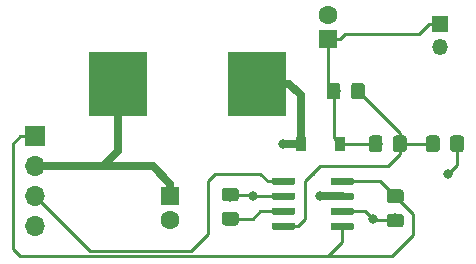
<source format=gbr>
G04 #@! TF.GenerationSoftware,KiCad,Pcbnew,5.1.2*
G04 #@! TF.CreationDate,2019-08-10T03:31:52+02:00*
G04 #@! TF.ProjectId,sclock,73636c6f-636b-42e6-9b69-6361645f7063,rev?*
G04 #@! TF.SameCoordinates,Original*
G04 #@! TF.FileFunction,Copper,L1,Top*
G04 #@! TF.FilePolarity,Positive*
%FSLAX46Y46*%
G04 Gerber Fmt 4.6, Leading zero omitted, Abs format (unit mm)*
G04 Created by KiCad (PCBNEW 5.1.2) date 2019-08-10 03:31:52*
%MOMM*%
%LPD*%
G04 APERTURE LIST*
%ADD10R,4.900000X5.400000*%
%ADD11C,0.100000*%
%ADD12C,1.150000*%
%ADD13R,1.600000X1.600000*%
%ADD14C,1.600000*%
%ADD15R,0.900000X1.200000*%
%ADD16R,1.700000X1.700000*%
%ADD17O,1.700000X1.700000*%
%ADD18R,1.350000X1.350000*%
%ADD19O,1.350000X1.350000*%
%ADD20C,0.600000*%
%ADD21C,0.800000*%
%ADD22C,0.250000*%
%ADD23C,0.700000*%
G04 APERTURE END LIST*
D10*
X75565000Y-69215000D03*
X87365000Y-69215000D03*
D11*
G36*
X85564505Y-80071204D02*
G01*
X85588773Y-80074804D01*
X85612572Y-80080765D01*
X85635671Y-80089030D01*
X85657850Y-80099520D01*
X85678893Y-80112132D01*
X85698599Y-80126747D01*
X85716777Y-80143223D01*
X85733253Y-80161401D01*
X85747868Y-80181107D01*
X85760480Y-80202150D01*
X85770970Y-80224329D01*
X85779235Y-80247428D01*
X85785196Y-80271227D01*
X85788796Y-80295495D01*
X85790000Y-80319999D01*
X85790000Y-80970001D01*
X85788796Y-80994505D01*
X85785196Y-81018773D01*
X85779235Y-81042572D01*
X85770970Y-81065671D01*
X85760480Y-81087850D01*
X85747868Y-81108893D01*
X85733253Y-81128599D01*
X85716777Y-81146777D01*
X85698599Y-81163253D01*
X85678893Y-81177868D01*
X85657850Y-81190480D01*
X85635671Y-81200970D01*
X85612572Y-81209235D01*
X85588773Y-81215196D01*
X85564505Y-81218796D01*
X85540001Y-81220000D01*
X84639999Y-81220000D01*
X84615495Y-81218796D01*
X84591227Y-81215196D01*
X84567428Y-81209235D01*
X84544329Y-81200970D01*
X84522150Y-81190480D01*
X84501107Y-81177868D01*
X84481401Y-81163253D01*
X84463223Y-81146777D01*
X84446747Y-81128599D01*
X84432132Y-81108893D01*
X84419520Y-81087850D01*
X84409030Y-81065671D01*
X84400765Y-81042572D01*
X84394804Y-81018773D01*
X84391204Y-80994505D01*
X84390000Y-80970001D01*
X84390000Y-80319999D01*
X84391204Y-80295495D01*
X84394804Y-80271227D01*
X84400765Y-80247428D01*
X84409030Y-80224329D01*
X84419520Y-80202150D01*
X84432132Y-80181107D01*
X84446747Y-80161401D01*
X84463223Y-80143223D01*
X84481401Y-80126747D01*
X84501107Y-80112132D01*
X84522150Y-80099520D01*
X84544329Y-80089030D01*
X84567428Y-80080765D01*
X84591227Y-80074804D01*
X84615495Y-80071204D01*
X84639999Y-80070000D01*
X85540001Y-80070000D01*
X85564505Y-80071204D01*
X85564505Y-80071204D01*
G37*
D12*
X85090000Y-80645000D03*
D11*
G36*
X85564505Y-78021204D02*
G01*
X85588773Y-78024804D01*
X85612572Y-78030765D01*
X85635671Y-78039030D01*
X85657850Y-78049520D01*
X85678893Y-78062132D01*
X85698599Y-78076747D01*
X85716777Y-78093223D01*
X85733253Y-78111401D01*
X85747868Y-78131107D01*
X85760480Y-78152150D01*
X85770970Y-78174329D01*
X85779235Y-78197428D01*
X85785196Y-78221227D01*
X85788796Y-78245495D01*
X85790000Y-78269999D01*
X85790000Y-78920001D01*
X85788796Y-78944505D01*
X85785196Y-78968773D01*
X85779235Y-78992572D01*
X85770970Y-79015671D01*
X85760480Y-79037850D01*
X85747868Y-79058893D01*
X85733253Y-79078599D01*
X85716777Y-79096777D01*
X85698599Y-79113253D01*
X85678893Y-79127868D01*
X85657850Y-79140480D01*
X85635671Y-79150970D01*
X85612572Y-79159235D01*
X85588773Y-79165196D01*
X85564505Y-79168796D01*
X85540001Y-79170000D01*
X84639999Y-79170000D01*
X84615495Y-79168796D01*
X84591227Y-79165196D01*
X84567428Y-79159235D01*
X84544329Y-79150970D01*
X84522150Y-79140480D01*
X84501107Y-79127868D01*
X84481401Y-79113253D01*
X84463223Y-79096777D01*
X84446747Y-79078599D01*
X84432132Y-79058893D01*
X84419520Y-79037850D01*
X84409030Y-79015671D01*
X84400765Y-78992572D01*
X84394804Y-78968773D01*
X84391204Y-78944505D01*
X84390000Y-78920001D01*
X84390000Y-78269999D01*
X84391204Y-78245495D01*
X84394804Y-78221227D01*
X84400765Y-78197428D01*
X84409030Y-78174329D01*
X84419520Y-78152150D01*
X84432132Y-78131107D01*
X84446747Y-78111401D01*
X84463223Y-78093223D01*
X84481401Y-78076747D01*
X84501107Y-78062132D01*
X84522150Y-78049520D01*
X84544329Y-78039030D01*
X84567428Y-78030765D01*
X84591227Y-78024804D01*
X84615495Y-78021204D01*
X84639999Y-78020000D01*
X85540001Y-78020000D01*
X85564505Y-78021204D01*
X85564505Y-78021204D01*
G37*
D12*
X85090000Y-78595000D03*
D11*
G36*
X99534505Y-80216204D02*
G01*
X99558773Y-80219804D01*
X99582572Y-80225765D01*
X99605671Y-80234030D01*
X99627850Y-80244520D01*
X99648893Y-80257132D01*
X99668599Y-80271747D01*
X99686777Y-80288223D01*
X99703253Y-80306401D01*
X99717868Y-80326107D01*
X99730480Y-80347150D01*
X99740970Y-80369329D01*
X99749235Y-80392428D01*
X99755196Y-80416227D01*
X99758796Y-80440495D01*
X99760000Y-80464999D01*
X99760000Y-81115001D01*
X99758796Y-81139505D01*
X99755196Y-81163773D01*
X99749235Y-81187572D01*
X99740970Y-81210671D01*
X99730480Y-81232850D01*
X99717868Y-81253893D01*
X99703253Y-81273599D01*
X99686777Y-81291777D01*
X99668599Y-81308253D01*
X99648893Y-81322868D01*
X99627850Y-81335480D01*
X99605671Y-81345970D01*
X99582572Y-81354235D01*
X99558773Y-81360196D01*
X99534505Y-81363796D01*
X99510001Y-81365000D01*
X98609999Y-81365000D01*
X98585495Y-81363796D01*
X98561227Y-81360196D01*
X98537428Y-81354235D01*
X98514329Y-81345970D01*
X98492150Y-81335480D01*
X98471107Y-81322868D01*
X98451401Y-81308253D01*
X98433223Y-81291777D01*
X98416747Y-81273599D01*
X98402132Y-81253893D01*
X98389520Y-81232850D01*
X98379030Y-81210671D01*
X98370765Y-81187572D01*
X98364804Y-81163773D01*
X98361204Y-81139505D01*
X98360000Y-81115001D01*
X98360000Y-80464999D01*
X98361204Y-80440495D01*
X98364804Y-80416227D01*
X98370765Y-80392428D01*
X98379030Y-80369329D01*
X98389520Y-80347150D01*
X98402132Y-80326107D01*
X98416747Y-80306401D01*
X98433223Y-80288223D01*
X98451401Y-80271747D01*
X98471107Y-80257132D01*
X98492150Y-80244520D01*
X98514329Y-80234030D01*
X98537428Y-80225765D01*
X98561227Y-80219804D01*
X98585495Y-80216204D01*
X98609999Y-80215000D01*
X99510001Y-80215000D01*
X99534505Y-80216204D01*
X99534505Y-80216204D01*
G37*
D12*
X99060000Y-80790000D03*
D11*
G36*
X99534505Y-78166204D02*
G01*
X99558773Y-78169804D01*
X99582572Y-78175765D01*
X99605671Y-78184030D01*
X99627850Y-78194520D01*
X99648893Y-78207132D01*
X99668599Y-78221747D01*
X99686777Y-78238223D01*
X99703253Y-78256401D01*
X99717868Y-78276107D01*
X99730480Y-78297150D01*
X99740970Y-78319329D01*
X99749235Y-78342428D01*
X99755196Y-78366227D01*
X99758796Y-78390495D01*
X99760000Y-78414999D01*
X99760000Y-79065001D01*
X99758796Y-79089505D01*
X99755196Y-79113773D01*
X99749235Y-79137572D01*
X99740970Y-79160671D01*
X99730480Y-79182850D01*
X99717868Y-79203893D01*
X99703253Y-79223599D01*
X99686777Y-79241777D01*
X99668599Y-79258253D01*
X99648893Y-79272868D01*
X99627850Y-79285480D01*
X99605671Y-79295970D01*
X99582572Y-79304235D01*
X99558773Y-79310196D01*
X99534505Y-79313796D01*
X99510001Y-79315000D01*
X98609999Y-79315000D01*
X98585495Y-79313796D01*
X98561227Y-79310196D01*
X98537428Y-79304235D01*
X98514329Y-79295970D01*
X98492150Y-79285480D01*
X98471107Y-79272868D01*
X98451401Y-79258253D01*
X98433223Y-79241777D01*
X98416747Y-79223599D01*
X98402132Y-79203893D01*
X98389520Y-79182850D01*
X98379030Y-79160671D01*
X98370765Y-79137572D01*
X98364804Y-79113773D01*
X98361204Y-79089505D01*
X98360000Y-79065001D01*
X98360000Y-78414999D01*
X98361204Y-78390495D01*
X98364804Y-78366227D01*
X98370765Y-78342428D01*
X98379030Y-78319329D01*
X98389520Y-78297150D01*
X98402132Y-78276107D01*
X98416747Y-78256401D01*
X98433223Y-78238223D01*
X98451401Y-78221747D01*
X98471107Y-78207132D01*
X98492150Y-78194520D01*
X98514329Y-78184030D01*
X98537428Y-78175765D01*
X98561227Y-78169804D01*
X98585495Y-78166204D01*
X98609999Y-78165000D01*
X99510001Y-78165000D01*
X99534505Y-78166204D01*
X99534505Y-78166204D01*
G37*
D12*
X99060000Y-78740000D03*
D13*
X80010000Y-78740000D03*
D14*
X80010000Y-80740000D03*
D11*
G36*
X94184505Y-69151204D02*
G01*
X94208773Y-69154804D01*
X94232572Y-69160765D01*
X94255671Y-69169030D01*
X94277850Y-69179520D01*
X94298893Y-69192132D01*
X94318599Y-69206747D01*
X94336777Y-69223223D01*
X94353253Y-69241401D01*
X94367868Y-69261107D01*
X94380480Y-69282150D01*
X94390970Y-69304329D01*
X94399235Y-69327428D01*
X94405196Y-69351227D01*
X94408796Y-69375495D01*
X94410000Y-69399999D01*
X94410000Y-70300001D01*
X94408796Y-70324505D01*
X94405196Y-70348773D01*
X94399235Y-70372572D01*
X94390970Y-70395671D01*
X94380480Y-70417850D01*
X94367868Y-70438893D01*
X94353253Y-70458599D01*
X94336777Y-70476777D01*
X94318599Y-70493253D01*
X94298893Y-70507868D01*
X94277850Y-70520480D01*
X94255671Y-70530970D01*
X94232572Y-70539235D01*
X94208773Y-70545196D01*
X94184505Y-70548796D01*
X94160001Y-70550000D01*
X93509999Y-70550000D01*
X93485495Y-70548796D01*
X93461227Y-70545196D01*
X93437428Y-70539235D01*
X93414329Y-70530970D01*
X93392150Y-70520480D01*
X93371107Y-70507868D01*
X93351401Y-70493253D01*
X93333223Y-70476777D01*
X93316747Y-70458599D01*
X93302132Y-70438893D01*
X93289520Y-70417850D01*
X93279030Y-70395671D01*
X93270765Y-70372572D01*
X93264804Y-70348773D01*
X93261204Y-70324505D01*
X93260000Y-70300001D01*
X93260000Y-69399999D01*
X93261204Y-69375495D01*
X93264804Y-69351227D01*
X93270765Y-69327428D01*
X93279030Y-69304329D01*
X93289520Y-69282150D01*
X93302132Y-69261107D01*
X93316747Y-69241401D01*
X93333223Y-69223223D01*
X93351401Y-69206747D01*
X93371107Y-69192132D01*
X93392150Y-69179520D01*
X93414329Y-69169030D01*
X93437428Y-69160765D01*
X93461227Y-69154804D01*
X93485495Y-69151204D01*
X93509999Y-69150000D01*
X94160001Y-69150000D01*
X94184505Y-69151204D01*
X94184505Y-69151204D01*
G37*
D12*
X93835000Y-69850000D03*
D11*
G36*
X96234505Y-69151204D02*
G01*
X96258773Y-69154804D01*
X96282572Y-69160765D01*
X96305671Y-69169030D01*
X96327850Y-69179520D01*
X96348893Y-69192132D01*
X96368599Y-69206747D01*
X96386777Y-69223223D01*
X96403253Y-69241401D01*
X96417868Y-69261107D01*
X96430480Y-69282150D01*
X96440970Y-69304329D01*
X96449235Y-69327428D01*
X96455196Y-69351227D01*
X96458796Y-69375495D01*
X96460000Y-69399999D01*
X96460000Y-70300001D01*
X96458796Y-70324505D01*
X96455196Y-70348773D01*
X96449235Y-70372572D01*
X96440970Y-70395671D01*
X96430480Y-70417850D01*
X96417868Y-70438893D01*
X96403253Y-70458599D01*
X96386777Y-70476777D01*
X96368599Y-70493253D01*
X96348893Y-70507868D01*
X96327850Y-70520480D01*
X96305671Y-70530970D01*
X96282572Y-70539235D01*
X96258773Y-70545196D01*
X96234505Y-70548796D01*
X96210001Y-70550000D01*
X95559999Y-70550000D01*
X95535495Y-70548796D01*
X95511227Y-70545196D01*
X95487428Y-70539235D01*
X95464329Y-70530970D01*
X95442150Y-70520480D01*
X95421107Y-70507868D01*
X95401401Y-70493253D01*
X95383223Y-70476777D01*
X95366747Y-70458599D01*
X95352132Y-70438893D01*
X95339520Y-70417850D01*
X95329030Y-70395671D01*
X95320765Y-70372572D01*
X95314804Y-70348773D01*
X95311204Y-70324505D01*
X95310000Y-70300001D01*
X95310000Y-69399999D01*
X95311204Y-69375495D01*
X95314804Y-69351227D01*
X95320765Y-69327428D01*
X95329030Y-69304329D01*
X95339520Y-69282150D01*
X95352132Y-69261107D01*
X95366747Y-69241401D01*
X95383223Y-69223223D01*
X95401401Y-69206747D01*
X95421107Y-69192132D01*
X95442150Y-69179520D01*
X95464329Y-69169030D01*
X95487428Y-69160765D01*
X95511227Y-69154804D01*
X95535495Y-69151204D01*
X95559999Y-69150000D01*
X96210001Y-69150000D01*
X96234505Y-69151204D01*
X96234505Y-69151204D01*
G37*
D12*
X95885000Y-69850000D03*
D14*
X93345000Y-63405000D03*
D13*
X93345000Y-65405000D03*
D15*
X94360000Y-74295000D03*
X91060000Y-74295000D03*
D16*
X68580000Y-73660000D03*
D17*
X68580000Y-76200000D03*
X68580000Y-78740000D03*
X68580000Y-81280000D03*
D18*
X102870000Y-64135000D03*
D19*
X102870000Y-66135000D03*
D11*
G36*
X99799505Y-73596204D02*
G01*
X99823773Y-73599804D01*
X99847572Y-73605765D01*
X99870671Y-73614030D01*
X99892850Y-73624520D01*
X99913893Y-73637132D01*
X99933599Y-73651747D01*
X99951777Y-73668223D01*
X99968253Y-73686401D01*
X99982868Y-73706107D01*
X99995480Y-73727150D01*
X100005970Y-73749329D01*
X100014235Y-73772428D01*
X100020196Y-73796227D01*
X100023796Y-73820495D01*
X100025000Y-73844999D01*
X100025000Y-74745001D01*
X100023796Y-74769505D01*
X100020196Y-74793773D01*
X100014235Y-74817572D01*
X100005970Y-74840671D01*
X99995480Y-74862850D01*
X99982868Y-74883893D01*
X99968253Y-74903599D01*
X99951777Y-74921777D01*
X99933599Y-74938253D01*
X99913893Y-74952868D01*
X99892850Y-74965480D01*
X99870671Y-74975970D01*
X99847572Y-74984235D01*
X99823773Y-74990196D01*
X99799505Y-74993796D01*
X99775001Y-74995000D01*
X99124999Y-74995000D01*
X99100495Y-74993796D01*
X99076227Y-74990196D01*
X99052428Y-74984235D01*
X99029329Y-74975970D01*
X99007150Y-74965480D01*
X98986107Y-74952868D01*
X98966401Y-74938253D01*
X98948223Y-74921777D01*
X98931747Y-74903599D01*
X98917132Y-74883893D01*
X98904520Y-74862850D01*
X98894030Y-74840671D01*
X98885765Y-74817572D01*
X98879804Y-74793773D01*
X98876204Y-74769505D01*
X98875000Y-74745001D01*
X98875000Y-73844999D01*
X98876204Y-73820495D01*
X98879804Y-73796227D01*
X98885765Y-73772428D01*
X98894030Y-73749329D01*
X98904520Y-73727150D01*
X98917132Y-73706107D01*
X98931747Y-73686401D01*
X98948223Y-73668223D01*
X98966401Y-73651747D01*
X98986107Y-73637132D01*
X99007150Y-73624520D01*
X99029329Y-73614030D01*
X99052428Y-73605765D01*
X99076227Y-73599804D01*
X99100495Y-73596204D01*
X99124999Y-73595000D01*
X99775001Y-73595000D01*
X99799505Y-73596204D01*
X99799505Y-73596204D01*
G37*
D12*
X99450000Y-74295000D03*
D11*
G36*
X97749505Y-73596204D02*
G01*
X97773773Y-73599804D01*
X97797572Y-73605765D01*
X97820671Y-73614030D01*
X97842850Y-73624520D01*
X97863893Y-73637132D01*
X97883599Y-73651747D01*
X97901777Y-73668223D01*
X97918253Y-73686401D01*
X97932868Y-73706107D01*
X97945480Y-73727150D01*
X97955970Y-73749329D01*
X97964235Y-73772428D01*
X97970196Y-73796227D01*
X97973796Y-73820495D01*
X97975000Y-73844999D01*
X97975000Y-74745001D01*
X97973796Y-74769505D01*
X97970196Y-74793773D01*
X97964235Y-74817572D01*
X97955970Y-74840671D01*
X97945480Y-74862850D01*
X97932868Y-74883893D01*
X97918253Y-74903599D01*
X97901777Y-74921777D01*
X97883599Y-74938253D01*
X97863893Y-74952868D01*
X97842850Y-74965480D01*
X97820671Y-74975970D01*
X97797572Y-74984235D01*
X97773773Y-74990196D01*
X97749505Y-74993796D01*
X97725001Y-74995000D01*
X97074999Y-74995000D01*
X97050495Y-74993796D01*
X97026227Y-74990196D01*
X97002428Y-74984235D01*
X96979329Y-74975970D01*
X96957150Y-74965480D01*
X96936107Y-74952868D01*
X96916401Y-74938253D01*
X96898223Y-74921777D01*
X96881747Y-74903599D01*
X96867132Y-74883893D01*
X96854520Y-74862850D01*
X96844030Y-74840671D01*
X96835765Y-74817572D01*
X96829804Y-74793773D01*
X96826204Y-74769505D01*
X96825000Y-74745001D01*
X96825000Y-73844999D01*
X96826204Y-73820495D01*
X96829804Y-73796227D01*
X96835765Y-73772428D01*
X96844030Y-73749329D01*
X96854520Y-73727150D01*
X96867132Y-73706107D01*
X96881747Y-73686401D01*
X96898223Y-73668223D01*
X96916401Y-73651747D01*
X96936107Y-73637132D01*
X96957150Y-73624520D01*
X96979329Y-73614030D01*
X97002428Y-73605765D01*
X97026227Y-73599804D01*
X97050495Y-73596204D01*
X97074999Y-73595000D01*
X97725001Y-73595000D01*
X97749505Y-73596204D01*
X97749505Y-73596204D01*
G37*
D12*
X97400000Y-74295000D03*
D11*
G36*
X102584505Y-73596204D02*
G01*
X102608773Y-73599804D01*
X102632572Y-73605765D01*
X102655671Y-73614030D01*
X102677850Y-73624520D01*
X102698893Y-73637132D01*
X102718599Y-73651747D01*
X102736777Y-73668223D01*
X102753253Y-73686401D01*
X102767868Y-73706107D01*
X102780480Y-73727150D01*
X102790970Y-73749329D01*
X102799235Y-73772428D01*
X102805196Y-73796227D01*
X102808796Y-73820495D01*
X102810000Y-73844999D01*
X102810000Y-74745001D01*
X102808796Y-74769505D01*
X102805196Y-74793773D01*
X102799235Y-74817572D01*
X102790970Y-74840671D01*
X102780480Y-74862850D01*
X102767868Y-74883893D01*
X102753253Y-74903599D01*
X102736777Y-74921777D01*
X102718599Y-74938253D01*
X102698893Y-74952868D01*
X102677850Y-74965480D01*
X102655671Y-74975970D01*
X102632572Y-74984235D01*
X102608773Y-74990196D01*
X102584505Y-74993796D01*
X102560001Y-74995000D01*
X101909999Y-74995000D01*
X101885495Y-74993796D01*
X101861227Y-74990196D01*
X101837428Y-74984235D01*
X101814329Y-74975970D01*
X101792150Y-74965480D01*
X101771107Y-74952868D01*
X101751401Y-74938253D01*
X101733223Y-74921777D01*
X101716747Y-74903599D01*
X101702132Y-74883893D01*
X101689520Y-74862850D01*
X101679030Y-74840671D01*
X101670765Y-74817572D01*
X101664804Y-74793773D01*
X101661204Y-74769505D01*
X101660000Y-74745001D01*
X101660000Y-73844999D01*
X101661204Y-73820495D01*
X101664804Y-73796227D01*
X101670765Y-73772428D01*
X101679030Y-73749329D01*
X101689520Y-73727150D01*
X101702132Y-73706107D01*
X101716747Y-73686401D01*
X101733223Y-73668223D01*
X101751401Y-73651747D01*
X101771107Y-73637132D01*
X101792150Y-73624520D01*
X101814329Y-73614030D01*
X101837428Y-73605765D01*
X101861227Y-73599804D01*
X101885495Y-73596204D01*
X101909999Y-73595000D01*
X102560001Y-73595000D01*
X102584505Y-73596204D01*
X102584505Y-73596204D01*
G37*
D12*
X102235000Y-74295000D03*
D11*
G36*
X104634505Y-73596204D02*
G01*
X104658773Y-73599804D01*
X104682572Y-73605765D01*
X104705671Y-73614030D01*
X104727850Y-73624520D01*
X104748893Y-73637132D01*
X104768599Y-73651747D01*
X104786777Y-73668223D01*
X104803253Y-73686401D01*
X104817868Y-73706107D01*
X104830480Y-73727150D01*
X104840970Y-73749329D01*
X104849235Y-73772428D01*
X104855196Y-73796227D01*
X104858796Y-73820495D01*
X104860000Y-73844999D01*
X104860000Y-74745001D01*
X104858796Y-74769505D01*
X104855196Y-74793773D01*
X104849235Y-74817572D01*
X104840970Y-74840671D01*
X104830480Y-74862850D01*
X104817868Y-74883893D01*
X104803253Y-74903599D01*
X104786777Y-74921777D01*
X104768599Y-74938253D01*
X104748893Y-74952868D01*
X104727850Y-74965480D01*
X104705671Y-74975970D01*
X104682572Y-74984235D01*
X104658773Y-74990196D01*
X104634505Y-74993796D01*
X104610001Y-74995000D01*
X103959999Y-74995000D01*
X103935495Y-74993796D01*
X103911227Y-74990196D01*
X103887428Y-74984235D01*
X103864329Y-74975970D01*
X103842150Y-74965480D01*
X103821107Y-74952868D01*
X103801401Y-74938253D01*
X103783223Y-74921777D01*
X103766747Y-74903599D01*
X103752132Y-74883893D01*
X103739520Y-74862850D01*
X103729030Y-74840671D01*
X103720765Y-74817572D01*
X103714804Y-74793773D01*
X103711204Y-74769505D01*
X103710000Y-74745001D01*
X103710000Y-73844999D01*
X103711204Y-73820495D01*
X103714804Y-73796227D01*
X103720765Y-73772428D01*
X103729030Y-73749329D01*
X103739520Y-73727150D01*
X103752132Y-73706107D01*
X103766747Y-73686401D01*
X103783223Y-73668223D01*
X103801401Y-73651747D01*
X103821107Y-73637132D01*
X103842150Y-73624520D01*
X103864329Y-73614030D01*
X103887428Y-73605765D01*
X103911227Y-73599804D01*
X103935495Y-73596204D01*
X103959999Y-73595000D01*
X104610001Y-73595000D01*
X104634505Y-73596204D01*
X104634505Y-73596204D01*
G37*
D12*
X104285000Y-74295000D03*
D11*
G36*
X90439703Y-77170722D02*
G01*
X90454264Y-77172882D01*
X90468543Y-77176459D01*
X90482403Y-77181418D01*
X90495710Y-77187712D01*
X90508336Y-77195280D01*
X90520159Y-77204048D01*
X90531066Y-77213934D01*
X90540952Y-77224841D01*
X90549720Y-77236664D01*
X90557288Y-77249290D01*
X90563582Y-77262597D01*
X90568541Y-77276457D01*
X90572118Y-77290736D01*
X90574278Y-77305297D01*
X90575000Y-77320000D01*
X90575000Y-77620000D01*
X90574278Y-77634703D01*
X90572118Y-77649264D01*
X90568541Y-77663543D01*
X90563582Y-77677403D01*
X90557288Y-77690710D01*
X90549720Y-77703336D01*
X90540952Y-77715159D01*
X90531066Y-77726066D01*
X90520159Y-77735952D01*
X90508336Y-77744720D01*
X90495710Y-77752288D01*
X90482403Y-77758582D01*
X90468543Y-77763541D01*
X90454264Y-77767118D01*
X90439703Y-77769278D01*
X90425000Y-77770000D01*
X88775000Y-77770000D01*
X88760297Y-77769278D01*
X88745736Y-77767118D01*
X88731457Y-77763541D01*
X88717597Y-77758582D01*
X88704290Y-77752288D01*
X88691664Y-77744720D01*
X88679841Y-77735952D01*
X88668934Y-77726066D01*
X88659048Y-77715159D01*
X88650280Y-77703336D01*
X88642712Y-77690710D01*
X88636418Y-77677403D01*
X88631459Y-77663543D01*
X88627882Y-77649264D01*
X88625722Y-77634703D01*
X88625000Y-77620000D01*
X88625000Y-77320000D01*
X88625722Y-77305297D01*
X88627882Y-77290736D01*
X88631459Y-77276457D01*
X88636418Y-77262597D01*
X88642712Y-77249290D01*
X88650280Y-77236664D01*
X88659048Y-77224841D01*
X88668934Y-77213934D01*
X88679841Y-77204048D01*
X88691664Y-77195280D01*
X88704290Y-77187712D01*
X88717597Y-77181418D01*
X88731457Y-77176459D01*
X88745736Y-77172882D01*
X88760297Y-77170722D01*
X88775000Y-77170000D01*
X90425000Y-77170000D01*
X90439703Y-77170722D01*
X90439703Y-77170722D01*
G37*
D20*
X89600000Y-77470000D03*
D11*
G36*
X90439703Y-78440722D02*
G01*
X90454264Y-78442882D01*
X90468543Y-78446459D01*
X90482403Y-78451418D01*
X90495710Y-78457712D01*
X90508336Y-78465280D01*
X90520159Y-78474048D01*
X90531066Y-78483934D01*
X90540952Y-78494841D01*
X90549720Y-78506664D01*
X90557288Y-78519290D01*
X90563582Y-78532597D01*
X90568541Y-78546457D01*
X90572118Y-78560736D01*
X90574278Y-78575297D01*
X90575000Y-78590000D01*
X90575000Y-78890000D01*
X90574278Y-78904703D01*
X90572118Y-78919264D01*
X90568541Y-78933543D01*
X90563582Y-78947403D01*
X90557288Y-78960710D01*
X90549720Y-78973336D01*
X90540952Y-78985159D01*
X90531066Y-78996066D01*
X90520159Y-79005952D01*
X90508336Y-79014720D01*
X90495710Y-79022288D01*
X90482403Y-79028582D01*
X90468543Y-79033541D01*
X90454264Y-79037118D01*
X90439703Y-79039278D01*
X90425000Y-79040000D01*
X88775000Y-79040000D01*
X88760297Y-79039278D01*
X88745736Y-79037118D01*
X88731457Y-79033541D01*
X88717597Y-79028582D01*
X88704290Y-79022288D01*
X88691664Y-79014720D01*
X88679841Y-79005952D01*
X88668934Y-78996066D01*
X88659048Y-78985159D01*
X88650280Y-78973336D01*
X88642712Y-78960710D01*
X88636418Y-78947403D01*
X88631459Y-78933543D01*
X88627882Y-78919264D01*
X88625722Y-78904703D01*
X88625000Y-78890000D01*
X88625000Y-78590000D01*
X88625722Y-78575297D01*
X88627882Y-78560736D01*
X88631459Y-78546457D01*
X88636418Y-78532597D01*
X88642712Y-78519290D01*
X88650280Y-78506664D01*
X88659048Y-78494841D01*
X88668934Y-78483934D01*
X88679841Y-78474048D01*
X88691664Y-78465280D01*
X88704290Y-78457712D01*
X88717597Y-78451418D01*
X88731457Y-78446459D01*
X88745736Y-78442882D01*
X88760297Y-78440722D01*
X88775000Y-78440000D01*
X90425000Y-78440000D01*
X90439703Y-78440722D01*
X90439703Y-78440722D01*
G37*
D20*
X89600000Y-78740000D03*
D11*
G36*
X90439703Y-79710722D02*
G01*
X90454264Y-79712882D01*
X90468543Y-79716459D01*
X90482403Y-79721418D01*
X90495710Y-79727712D01*
X90508336Y-79735280D01*
X90520159Y-79744048D01*
X90531066Y-79753934D01*
X90540952Y-79764841D01*
X90549720Y-79776664D01*
X90557288Y-79789290D01*
X90563582Y-79802597D01*
X90568541Y-79816457D01*
X90572118Y-79830736D01*
X90574278Y-79845297D01*
X90575000Y-79860000D01*
X90575000Y-80160000D01*
X90574278Y-80174703D01*
X90572118Y-80189264D01*
X90568541Y-80203543D01*
X90563582Y-80217403D01*
X90557288Y-80230710D01*
X90549720Y-80243336D01*
X90540952Y-80255159D01*
X90531066Y-80266066D01*
X90520159Y-80275952D01*
X90508336Y-80284720D01*
X90495710Y-80292288D01*
X90482403Y-80298582D01*
X90468543Y-80303541D01*
X90454264Y-80307118D01*
X90439703Y-80309278D01*
X90425000Y-80310000D01*
X88775000Y-80310000D01*
X88760297Y-80309278D01*
X88745736Y-80307118D01*
X88731457Y-80303541D01*
X88717597Y-80298582D01*
X88704290Y-80292288D01*
X88691664Y-80284720D01*
X88679841Y-80275952D01*
X88668934Y-80266066D01*
X88659048Y-80255159D01*
X88650280Y-80243336D01*
X88642712Y-80230710D01*
X88636418Y-80217403D01*
X88631459Y-80203543D01*
X88627882Y-80189264D01*
X88625722Y-80174703D01*
X88625000Y-80160000D01*
X88625000Y-79860000D01*
X88625722Y-79845297D01*
X88627882Y-79830736D01*
X88631459Y-79816457D01*
X88636418Y-79802597D01*
X88642712Y-79789290D01*
X88650280Y-79776664D01*
X88659048Y-79764841D01*
X88668934Y-79753934D01*
X88679841Y-79744048D01*
X88691664Y-79735280D01*
X88704290Y-79727712D01*
X88717597Y-79721418D01*
X88731457Y-79716459D01*
X88745736Y-79712882D01*
X88760297Y-79710722D01*
X88775000Y-79710000D01*
X90425000Y-79710000D01*
X90439703Y-79710722D01*
X90439703Y-79710722D01*
G37*
D20*
X89600000Y-80010000D03*
D11*
G36*
X90439703Y-80980722D02*
G01*
X90454264Y-80982882D01*
X90468543Y-80986459D01*
X90482403Y-80991418D01*
X90495710Y-80997712D01*
X90508336Y-81005280D01*
X90520159Y-81014048D01*
X90531066Y-81023934D01*
X90540952Y-81034841D01*
X90549720Y-81046664D01*
X90557288Y-81059290D01*
X90563582Y-81072597D01*
X90568541Y-81086457D01*
X90572118Y-81100736D01*
X90574278Y-81115297D01*
X90575000Y-81130000D01*
X90575000Y-81430000D01*
X90574278Y-81444703D01*
X90572118Y-81459264D01*
X90568541Y-81473543D01*
X90563582Y-81487403D01*
X90557288Y-81500710D01*
X90549720Y-81513336D01*
X90540952Y-81525159D01*
X90531066Y-81536066D01*
X90520159Y-81545952D01*
X90508336Y-81554720D01*
X90495710Y-81562288D01*
X90482403Y-81568582D01*
X90468543Y-81573541D01*
X90454264Y-81577118D01*
X90439703Y-81579278D01*
X90425000Y-81580000D01*
X88775000Y-81580000D01*
X88760297Y-81579278D01*
X88745736Y-81577118D01*
X88731457Y-81573541D01*
X88717597Y-81568582D01*
X88704290Y-81562288D01*
X88691664Y-81554720D01*
X88679841Y-81545952D01*
X88668934Y-81536066D01*
X88659048Y-81525159D01*
X88650280Y-81513336D01*
X88642712Y-81500710D01*
X88636418Y-81487403D01*
X88631459Y-81473543D01*
X88627882Y-81459264D01*
X88625722Y-81444703D01*
X88625000Y-81430000D01*
X88625000Y-81130000D01*
X88625722Y-81115297D01*
X88627882Y-81100736D01*
X88631459Y-81086457D01*
X88636418Y-81072597D01*
X88642712Y-81059290D01*
X88650280Y-81046664D01*
X88659048Y-81034841D01*
X88668934Y-81023934D01*
X88679841Y-81014048D01*
X88691664Y-81005280D01*
X88704290Y-80997712D01*
X88717597Y-80991418D01*
X88731457Y-80986459D01*
X88745736Y-80982882D01*
X88760297Y-80980722D01*
X88775000Y-80980000D01*
X90425000Y-80980000D01*
X90439703Y-80980722D01*
X90439703Y-80980722D01*
G37*
D20*
X89600000Y-81280000D03*
D11*
G36*
X95389703Y-80980722D02*
G01*
X95404264Y-80982882D01*
X95418543Y-80986459D01*
X95432403Y-80991418D01*
X95445710Y-80997712D01*
X95458336Y-81005280D01*
X95470159Y-81014048D01*
X95481066Y-81023934D01*
X95490952Y-81034841D01*
X95499720Y-81046664D01*
X95507288Y-81059290D01*
X95513582Y-81072597D01*
X95518541Y-81086457D01*
X95522118Y-81100736D01*
X95524278Y-81115297D01*
X95525000Y-81130000D01*
X95525000Y-81430000D01*
X95524278Y-81444703D01*
X95522118Y-81459264D01*
X95518541Y-81473543D01*
X95513582Y-81487403D01*
X95507288Y-81500710D01*
X95499720Y-81513336D01*
X95490952Y-81525159D01*
X95481066Y-81536066D01*
X95470159Y-81545952D01*
X95458336Y-81554720D01*
X95445710Y-81562288D01*
X95432403Y-81568582D01*
X95418543Y-81573541D01*
X95404264Y-81577118D01*
X95389703Y-81579278D01*
X95375000Y-81580000D01*
X93725000Y-81580000D01*
X93710297Y-81579278D01*
X93695736Y-81577118D01*
X93681457Y-81573541D01*
X93667597Y-81568582D01*
X93654290Y-81562288D01*
X93641664Y-81554720D01*
X93629841Y-81545952D01*
X93618934Y-81536066D01*
X93609048Y-81525159D01*
X93600280Y-81513336D01*
X93592712Y-81500710D01*
X93586418Y-81487403D01*
X93581459Y-81473543D01*
X93577882Y-81459264D01*
X93575722Y-81444703D01*
X93575000Y-81430000D01*
X93575000Y-81130000D01*
X93575722Y-81115297D01*
X93577882Y-81100736D01*
X93581459Y-81086457D01*
X93586418Y-81072597D01*
X93592712Y-81059290D01*
X93600280Y-81046664D01*
X93609048Y-81034841D01*
X93618934Y-81023934D01*
X93629841Y-81014048D01*
X93641664Y-81005280D01*
X93654290Y-80997712D01*
X93667597Y-80991418D01*
X93681457Y-80986459D01*
X93695736Y-80982882D01*
X93710297Y-80980722D01*
X93725000Y-80980000D01*
X95375000Y-80980000D01*
X95389703Y-80980722D01*
X95389703Y-80980722D01*
G37*
D20*
X94550000Y-81280000D03*
D11*
G36*
X95389703Y-79710722D02*
G01*
X95404264Y-79712882D01*
X95418543Y-79716459D01*
X95432403Y-79721418D01*
X95445710Y-79727712D01*
X95458336Y-79735280D01*
X95470159Y-79744048D01*
X95481066Y-79753934D01*
X95490952Y-79764841D01*
X95499720Y-79776664D01*
X95507288Y-79789290D01*
X95513582Y-79802597D01*
X95518541Y-79816457D01*
X95522118Y-79830736D01*
X95524278Y-79845297D01*
X95525000Y-79860000D01*
X95525000Y-80160000D01*
X95524278Y-80174703D01*
X95522118Y-80189264D01*
X95518541Y-80203543D01*
X95513582Y-80217403D01*
X95507288Y-80230710D01*
X95499720Y-80243336D01*
X95490952Y-80255159D01*
X95481066Y-80266066D01*
X95470159Y-80275952D01*
X95458336Y-80284720D01*
X95445710Y-80292288D01*
X95432403Y-80298582D01*
X95418543Y-80303541D01*
X95404264Y-80307118D01*
X95389703Y-80309278D01*
X95375000Y-80310000D01*
X93725000Y-80310000D01*
X93710297Y-80309278D01*
X93695736Y-80307118D01*
X93681457Y-80303541D01*
X93667597Y-80298582D01*
X93654290Y-80292288D01*
X93641664Y-80284720D01*
X93629841Y-80275952D01*
X93618934Y-80266066D01*
X93609048Y-80255159D01*
X93600280Y-80243336D01*
X93592712Y-80230710D01*
X93586418Y-80217403D01*
X93581459Y-80203543D01*
X93577882Y-80189264D01*
X93575722Y-80174703D01*
X93575000Y-80160000D01*
X93575000Y-79860000D01*
X93575722Y-79845297D01*
X93577882Y-79830736D01*
X93581459Y-79816457D01*
X93586418Y-79802597D01*
X93592712Y-79789290D01*
X93600280Y-79776664D01*
X93609048Y-79764841D01*
X93618934Y-79753934D01*
X93629841Y-79744048D01*
X93641664Y-79735280D01*
X93654290Y-79727712D01*
X93667597Y-79721418D01*
X93681457Y-79716459D01*
X93695736Y-79712882D01*
X93710297Y-79710722D01*
X93725000Y-79710000D01*
X95375000Y-79710000D01*
X95389703Y-79710722D01*
X95389703Y-79710722D01*
G37*
D20*
X94550000Y-80010000D03*
D11*
G36*
X95389703Y-78440722D02*
G01*
X95404264Y-78442882D01*
X95418543Y-78446459D01*
X95432403Y-78451418D01*
X95445710Y-78457712D01*
X95458336Y-78465280D01*
X95470159Y-78474048D01*
X95481066Y-78483934D01*
X95490952Y-78494841D01*
X95499720Y-78506664D01*
X95507288Y-78519290D01*
X95513582Y-78532597D01*
X95518541Y-78546457D01*
X95522118Y-78560736D01*
X95524278Y-78575297D01*
X95525000Y-78590000D01*
X95525000Y-78890000D01*
X95524278Y-78904703D01*
X95522118Y-78919264D01*
X95518541Y-78933543D01*
X95513582Y-78947403D01*
X95507288Y-78960710D01*
X95499720Y-78973336D01*
X95490952Y-78985159D01*
X95481066Y-78996066D01*
X95470159Y-79005952D01*
X95458336Y-79014720D01*
X95445710Y-79022288D01*
X95432403Y-79028582D01*
X95418543Y-79033541D01*
X95404264Y-79037118D01*
X95389703Y-79039278D01*
X95375000Y-79040000D01*
X93725000Y-79040000D01*
X93710297Y-79039278D01*
X93695736Y-79037118D01*
X93681457Y-79033541D01*
X93667597Y-79028582D01*
X93654290Y-79022288D01*
X93641664Y-79014720D01*
X93629841Y-79005952D01*
X93618934Y-78996066D01*
X93609048Y-78985159D01*
X93600280Y-78973336D01*
X93592712Y-78960710D01*
X93586418Y-78947403D01*
X93581459Y-78933543D01*
X93577882Y-78919264D01*
X93575722Y-78904703D01*
X93575000Y-78890000D01*
X93575000Y-78590000D01*
X93575722Y-78575297D01*
X93577882Y-78560736D01*
X93581459Y-78546457D01*
X93586418Y-78532597D01*
X93592712Y-78519290D01*
X93600280Y-78506664D01*
X93609048Y-78494841D01*
X93618934Y-78483934D01*
X93629841Y-78474048D01*
X93641664Y-78465280D01*
X93654290Y-78457712D01*
X93667597Y-78451418D01*
X93681457Y-78446459D01*
X93695736Y-78442882D01*
X93710297Y-78440722D01*
X93725000Y-78440000D01*
X95375000Y-78440000D01*
X95389703Y-78440722D01*
X95389703Y-78440722D01*
G37*
D20*
X94550000Y-78740000D03*
D11*
G36*
X95389703Y-77170722D02*
G01*
X95404264Y-77172882D01*
X95418543Y-77176459D01*
X95432403Y-77181418D01*
X95445710Y-77187712D01*
X95458336Y-77195280D01*
X95470159Y-77204048D01*
X95481066Y-77213934D01*
X95490952Y-77224841D01*
X95499720Y-77236664D01*
X95507288Y-77249290D01*
X95513582Y-77262597D01*
X95518541Y-77276457D01*
X95522118Y-77290736D01*
X95524278Y-77305297D01*
X95525000Y-77320000D01*
X95525000Y-77620000D01*
X95524278Y-77634703D01*
X95522118Y-77649264D01*
X95518541Y-77663543D01*
X95513582Y-77677403D01*
X95507288Y-77690710D01*
X95499720Y-77703336D01*
X95490952Y-77715159D01*
X95481066Y-77726066D01*
X95470159Y-77735952D01*
X95458336Y-77744720D01*
X95445710Y-77752288D01*
X95432403Y-77758582D01*
X95418543Y-77763541D01*
X95404264Y-77767118D01*
X95389703Y-77769278D01*
X95375000Y-77770000D01*
X93725000Y-77770000D01*
X93710297Y-77769278D01*
X93695736Y-77767118D01*
X93681457Y-77763541D01*
X93667597Y-77758582D01*
X93654290Y-77752288D01*
X93641664Y-77744720D01*
X93629841Y-77735952D01*
X93618934Y-77726066D01*
X93609048Y-77715159D01*
X93600280Y-77703336D01*
X93592712Y-77690710D01*
X93586418Y-77677403D01*
X93581459Y-77663543D01*
X93577882Y-77649264D01*
X93575722Y-77634703D01*
X93575000Y-77620000D01*
X93575000Y-77320000D01*
X93575722Y-77305297D01*
X93577882Y-77290736D01*
X93581459Y-77276457D01*
X93586418Y-77262597D01*
X93592712Y-77249290D01*
X93600280Y-77236664D01*
X93609048Y-77224841D01*
X93618934Y-77213934D01*
X93629841Y-77204048D01*
X93641664Y-77195280D01*
X93654290Y-77187712D01*
X93667597Y-77181418D01*
X93681457Y-77176459D01*
X93695736Y-77172882D01*
X93710297Y-77170722D01*
X93725000Y-77170000D01*
X95375000Y-77170000D01*
X95389703Y-77170722D01*
X95389703Y-77170722D01*
G37*
D20*
X94550000Y-77470000D03*
D21*
X86995000Y-78740000D03*
X97155000Y-80645000D03*
X103505000Y-76835000D03*
X89535000Y-74295000D03*
X92710000Y-78740000D03*
D22*
X89600000Y-80010000D02*
X87630000Y-80010000D01*
X86995000Y-80645000D02*
X85090000Y-80645000D01*
X87630000Y-80010000D02*
X86995000Y-80645000D01*
X89600000Y-78740000D02*
X86995000Y-78740000D01*
X94550000Y-80010000D02*
X96520000Y-80010000D01*
X96520000Y-80010000D02*
X97155000Y-80645000D01*
X97300000Y-80790000D02*
X97155000Y-80645000D01*
X99060000Y-80790000D02*
X97300000Y-80790000D01*
X86850000Y-78595000D02*
X86995000Y-78740000D01*
X85090000Y-78595000D02*
X86850000Y-78595000D01*
X104285000Y-74295000D02*
X104285000Y-76055000D01*
X104285000Y-76055000D02*
X103505000Y-76835000D01*
X99060000Y-78740000D02*
X97790000Y-77470000D01*
X97790000Y-77470000D02*
X94550000Y-77470000D01*
X93345000Y-83820000D02*
X93980000Y-83820000D01*
X94550000Y-81280000D02*
X94550000Y-82615000D01*
X94550000Y-82615000D02*
X93345000Y-83820000D01*
X99683372Y-79363372D02*
X99060000Y-78740000D01*
X100584000Y-80264000D02*
X99683372Y-79363372D01*
X100584000Y-82042000D02*
X100584000Y-80264000D01*
X98806000Y-83820000D02*
X100584000Y-82042000D01*
X98806000Y-83820000D02*
X93345000Y-83820000D01*
X68580000Y-73660000D02*
X67310000Y-73660000D01*
X67310000Y-73660000D02*
X66675000Y-74295000D01*
X66675000Y-74295000D02*
X66675000Y-83185000D01*
X66675000Y-83185000D02*
X67310000Y-83820000D01*
X67310000Y-83820000D02*
X93345000Y-83820000D01*
D23*
X78520000Y-76200000D02*
X80010000Y-77690000D01*
X75565000Y-69215000D02*
X75565000Y-74930000D01*
X68580000Y-76200000D02*
X74295000Y-76200000D01*
X75565000Y-74930000D02*
X74295000Y-76200000D01*
X74295000Y-76200000D02*
X78520000Y-76200000D01*
X80010000Y-78740000D02*
X80010000Y-77690000D01*
D22*
X101056000Y-65024000D02*
X101945000Y-64135000D01*
X94776000Y-65024000D02*
X101056000Y-65024000D01*
X101945000Y-64135000D02*
X102870000Y-64135000D01*
X94395000Y-65405000D02*
X94776000Y-65024000D01*
X93345000Y-65405000D02*
X94395000Y-65405000D01*
X93345000Y-69360000D02*
X93835000Y-69850000D01*
X93345000Y-65405000D02*
X93345000Y-69360000D01*
X93835000Y-73770000D02*
X94360000Y-74295000D01*
X93835000Y-69850000D02*
X93835000Y-73770000D01*
X97400000Y-74295000D02*
X94360000Y-74295000D01*
X92075000Y-76835000D02*
X92710000Y-76200000D01*
X89600000Y-81280000D02*
X90805000Y-81280000D01*
X90805000Y-81280000D02*
X91440000Y-80645000D01*
X91440000Y-80645000D02*
X91440000Y-77470000D01*
X91440000Y-77470000D02*
X92710000Y-76200000D01*
X96520000Y-76200000D02*
X92710000Y-76200000D01*
X99450000Y-75175000D02*
X98425000Y-76200000D01*
X98425000Y-76200000D02*
X96520000Y-76200000D01*
X99450000Y-74295000D02*
X99450000Y-75175000D01*
X99450000Y-73415000D02*
X95885000Y-69850000D01*
X99450000Y-74295000D02*
X99450000Y-73415000D01*
X102235000Y-74295000D02*
X99450000Y-74295000D01*
D23*
X91060000Y-73445000D02*
X91060000Y-74295000D01*
X91060000Y-70210000D02*
X91060000Y-73445000D01*
X90065000Y-69215000D02*
X91060000Y-70210000D01*
X87365000Y-69215000D02*
X90065000Y-69215000D01*
X91060000Y-74295000D02*
X89535000Y-74295000D01*
X92710000Y-78740000D02*
X94550000Y-78740000D01*
D22*
X72390000Y-82550000D02*
X73025000Y-83185000D01*
X68580000Y-78740000D02*
X72390000Y-82550000D01*
X88265000Y-77470000D02*
X89600000Y-77470000D01*
X87630000Y-76835000D02*
X88265000Y-77470000D01*
X73209990Y-83369990D02*
X81730010Y-83369990D01*
X68580000Y-78740000D02*
X73209990Y-83369990D01*
X83185000Y-81915000D02*
X83185000Y-77470000D01*
X81730010Y-83369990D02*
X83185000Y-81915000D01*
X83820000Y-76835000D02*
X87630000Y-76835000D01*
X83185000Y-77470000D02*
X83820000Y-76835000D01*
M02*

</source>
